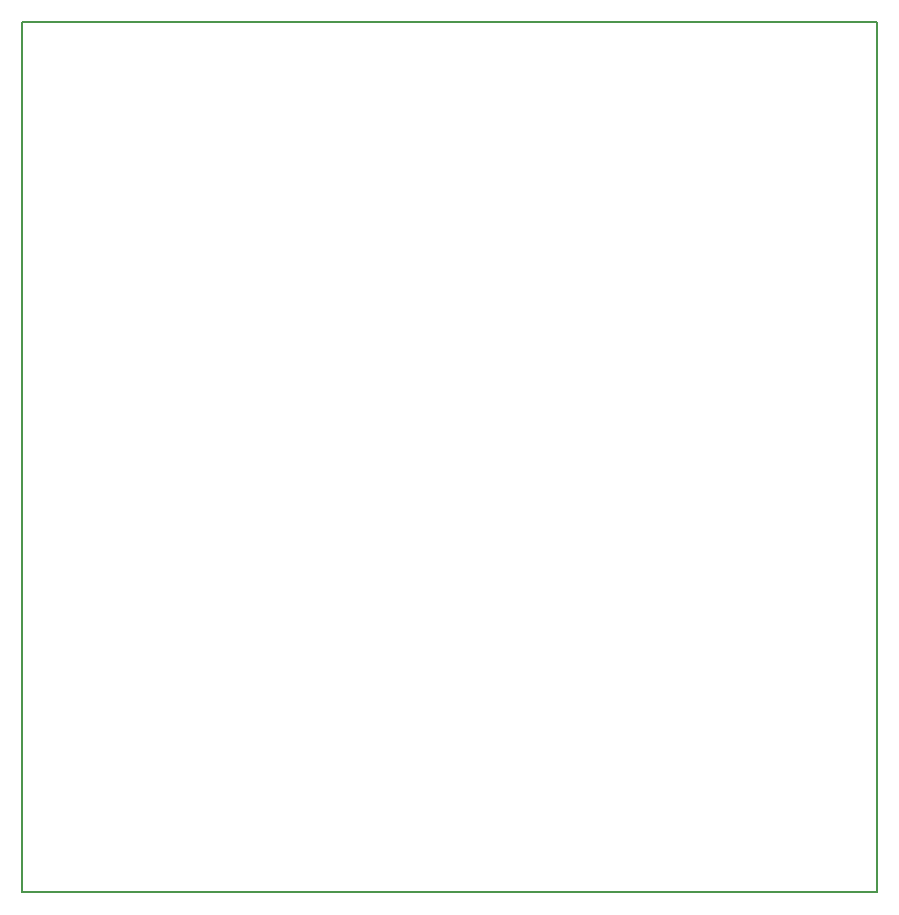
<source format=gbr>
G04 #@! TF.GenerationSoftware,KiCad,Pcbnew,(5.0.2)-1*
G04 #@! TF.CreationDate,2019-02-01T02:25:23-05:00*
G04 #@! TF.ProjectId,midimerger,6d696469-6d65-4726-9765-722e6b696361,rev?*
G04 #@! TF.SameCoordinates,PX60e4b00PY695f190*
G04 #@! TF.FileFunction,Profile,NP*
%FSLAX46Y46*%
G04 Gerber Fmt 4.6, Leading zero omitted, Abs format (unit mm)*
G04 Created by KiCad (PCBNEW (5.0.2)-1) date 2/1/2019 2:25:23 AM*
%MOMM*%
%LPD*%
G01*
G04 APERTURE LIST*
%ADD10C,0.150000*%
G04 APERTURE END LIST*
D10*
X0Y69850000D02*
X0Y-3810000D01*
X0Y69850000D02*
X72390000Y69850000D01*
X72390000Y-3810000D02*
X72390000Y69850000D01*
X0Y-3810000D02*
X72390000Y-3810000D01*
M02*

</source>
